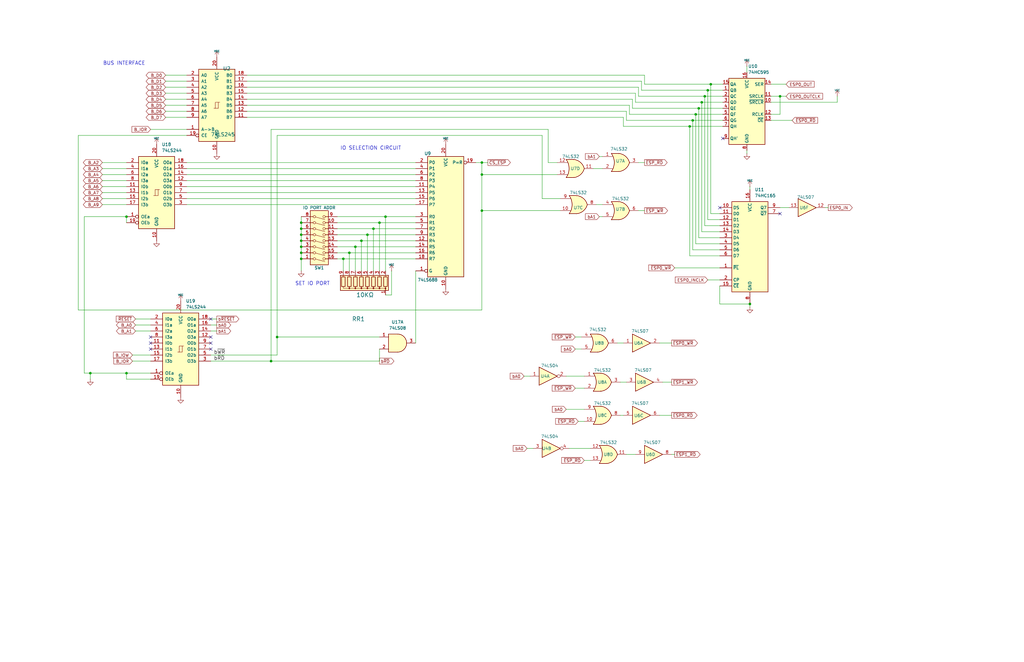
<source format=kicad_sch>
(kicad_sch (version 20231120) (generator "eeschema") (generator_version "8.0")
  (paper "USLedger")
  (title_block (title "ISA DUAL ESP32") (date "2025-06-21") (rev "V1.1"))
  (lib_symbols
    (symbol "74xx:74HC165"
      (property "Reference" "U" (at -7.62 19.05 0))
      (property "Value" "74HC165" (at -7.62 -21.59 0))
      (symbol "74HC165_1_0"
        (pin input line (at -12.7 -10.16 0) (length 5.08) (name "~{PL}") (number "1"))
        (pin input line (at -12.7 15.24 0) (length 5.08) (name "DS") (number "10"))
        (pin input line (at -12.7 12.7 0) (length 5.08) (name "D0") (number "11"))
        (pin input line (at -12.7 10.16 0) (length 5.08) (name "D1") (number "12"))
        (pin input line (at -12.7 7.62 0) (length 5.08) (name "D2") (number "13"))
        (pin input line (at -12.7 5.08 0) (length 5.08) (name "D3") (number "14"))
        (pin input line (at -12.7 -17.78 0) (length 5.08) (name "~{CE}") (number "15"))
        (pin power_in line (at 0 22.86 270) (length 5.08) (name "VCC") (number "16"))
        (pin input line (at -12.7 -15.24 0) (length 5.08) (name "CP") (number "2"))
        (pin input line (at -12.7 2.54 0) (length 5.08) (name "D4") (number "3"))
        (pin input line (at -12.7 0 0) (length 5.08) (name "D5") (number "4"))
        (pin input line (at -12.7 -2.54 0) (length 5.08) (name "D6") (number "5"))
        (pin input line (at -12.7 -5.08 0) (length 5.08) (name "D7") (number "6"))
        (pin output line (at 12.7 12.7 180) (length 5.08) (name "~{Q7}") (number "7"))
        (pin power_in line (at 0 -25.4 90) (length 5.08) (name "GND") (number "8"))
        (pin output line (at 12.7 15.24 180) (length 5.08) (name "Q7") (number "9"))
      )
    )
    (symbol "74xx:74HC595"
      (property "Reference" "U" (at -7.62 13.97 0))
      (property "Value" "74HC595" (at -7.62 -16.51 0))
      (symbol "74HC595_1_0"
        (pin tri_state line (at 10.16 7.62 180) (length 2.54) (name "QB") (number "1"))
        (pin input line (at -10.16 2.54 0) (length 2.54) (name "~{SRCLR}") (number "10"))
        (pin input line (at -10.16 5.08 0) (length 2.54) (name "SRCLK") (number "11"))
        (pin input line (at -10.16 -2.54 0) (length 2.54) (name "RCLK") (number "12"))
        (pin input line (at -10.16 -5.08 0) (length 2.54) (name "~{OE}") (number "13"))
        (pin input line (at -10.16 10.16 0) (length 2.54) (name "SER") (number "14"))
        (pin tri_state line (at 10.16 10.16 180) (length 2.54) (name "QA") (number "15"))
        (pin power_in line (at 0 15.24 270) (length 2.54) (name "VCC") (number "16"))
        (pin tri_state line (at 10.16 5.08 180) (length 2.54) (name "QC") (number "2"))
        (pin tri_state line (at 10.16 2.54 180) (length 2.54) (name "QD") (number "3"))
        (pin tri_state line (at 10.16 0 180) (length 2.54) (name "QE") (number "4"))
        (pin tri_state line (at 10.16 -2.54 180) (length 2.54) (name "QF") (number "5"))
        (pin tri_state line (at 10.16 -5.08 180) (length 2.54) (name "QG") (number "6"))
        (pin tri_state line (at 10.16 -7.62 180) (length 2.54) (name "QH") (number "7"))
        (pin power_in line (at 0 -17.78 90) (length 2.54) (name "GND") (number "8"))
        (pin output line (at 10.16 -12.7 180) (length 2.54) (name "QH'") (number "9"))
      )
    )
    (symbol "74xx:74LS04"
      (property "Reference" "U" (at 0 1.27 0))
      (property "Value" "74LS04" (at 0 -1.27 0))
      (symbol "74LS04_1_0"
        (pin input line (at -7.62 0 0) (length 3.81) (name "~") (number "1"))
        (pin output inverted (at 7.62 0 180) (length 3.81) (name "~") (number "2"))
      )
      (symbol "74LS04_2_0"
        (pin input line (at -7.62 0 0) (length 3.81) (name "~") (number "3"))
        (pin output inverted (at 7.62 0 180) (length 3.81) (name "~") (number "4"))
      )
      (symbol "74LS04_3_0"
        (pin input line (at -7.62 0 0) (length 3.81) (name "~") (number "5"))
        (pin output inverted (at 7.62 0 180) (length 3.81) (name "~") (number "6"))
      )
      (symbol "74LS04_4_0"
        (pin output inverted (at 7.62 0 180) (length 3.81) (name "~") (number "8"))
        (pin input line (at -7.62 0 0) (length 3.81) (name "~") (number "9"))
      )
      (symbol "74LS04_5_0"
        (pin output inverted (at 7.62 0 180) (length 3.81) (name "~") (number "10"))
        (pin input line (at -7.62 0 0) (length 3.81) (name "~") (number "11"))
      )
      (symbol "74LS04_6_0"
        (pin output inverted (at 7.62 0 180) (length 3.81) (name "~") (number "12"))
        (pin input line (at -7.62 0 0) (length 3.81) (name "~") (number "13"))
      )
      (symbol "74LS04_7_0"
        (pin power_in line (at 0 12.7 270) (length 5.08) (name "VCC") (number "14"))
        (pin power_in line (at 0 -12.7 90) (length 5.08) (name "GND") (number "7"))
      )
    )
    (symbol "74xx:74LS07" (pin_names (offset 1.016))
      (property "Reference" "U" (at 0 1.27 0))
      (property "Value" "74LS07" (at 0 -1.27 0))
      (symbol "74LS07_1_0"
        (pin input line (at -7.62 0 0) (length 3.81) (name "~") (number "1"))
        (pin open_collector line (at 7.62 0 180) (length 3.81) (name "~") (number "2"))
      )
      (symbol "74LS07_2_0"
        (pin input line (at -7.62 0 0) (length 3.81) (name "~") (number "3"))
        (pin open_collector line (at 7.62 0 180) (length 3.81) (name "~") (number "4"))
      )
      (symbol "74LS07_3_0"
        (pin input line (at -7.62 0 0) (length 3.81) (name "~") (number "5"))
        (pin open_collector line (at 7.62 0 180) (length 3.81) (name "~") (number "6"))
      )
      (symbol "74LS07_4_0"
        (pin open_collector line (at 7.62 0 180) (length 3.81) (name "~") (number "8"))
        (pin input line (at -7.62 0 0) (length 3.81) (name "~") (number "9"))
      )
      (symbol "74LS07_5_0"
        (pin open_collector line (at 7.62 0 180) (length 3.81) (name "~") (number "10"))
        (pin input line (at -7.62 0 0) (length 3.81) (name "~") (number "11"))
      )
      (symbol "74LS07_6_0"
        (pin open_collector line (at 7.62 0 180) (length 3.81) (name "~") (number "12"))
        (pin input line (at -7.62 0 0) (length 3.81) (name "~") (number "13"))
      )
      (symbol "74LS07_7_0"
        (pin power_in line (at 0 12.7 270) (length 5.08) (name "VCC") (number "14"))
        (pin power_in line (at 0 -12.7 90) (length 5.08) (name "GND") (number "7"))
      )
    )
    (symbol "74xx:74LS08" (pin_names (offset 1.016))
      (property "Reference" "U" (at 0 1.27 0))
      (property "Value" "74LS08" (at 0 -1.27 0))
      (symbol "74LS08_1_1"
        (pin input line (at -7.62 2.54 0) (length 3.81) (name "~") (number "1"))
        (pin input line (at -7.62 -2.54 0) (length 3.81) (name "~") (number "2"))
        (pin output line (at 7.62 0 180) (length 3.81) (name "~") (number "3"))
      )
      (symbol "74LS08_1_2"
        (pin input inverted (at -7.62 2.54 0) (length 4.318) (name "~") (number "1"))
        (pin input inverted (at -7.62 -2.54 0) (length 4.318) (name "~") (number "2"))
        (pin output inverted (at 7.62 0 180) (length 3.81) (name "~") (number "3"))
      )
      (symbol "74LS08_2_1"
        (pin input line (at -7.62 2.54 0) (length 3.81) (name "~") (number "4"))
        (pin input line (at -7.62 -2.54 0) (length 3.81) (name "~") (number "5"))
        (pin output line (at 7.62 0 180) (length 3.81) (name "~") (number "6"))
      )
      (symbol "74LS08_2_2"
        (pin input inverted (at -7.62 2.54 0) (length 4.318) (name "~") (number "4"))
        (pin input inverted (at -7.62 -2.54 0) (length 4.318) (name "~") (number "5"))
        (pin output inverted (at 7.62 0 180) (length 3.81) (name "~") (number "6"))
      )
      (symbol "74LS08_3_1"
        (pin input line (at -7.62 -2.54 0) (length 3.81) (name "~") (number "10"))
        (pin output line (at 7.62 0 180) (length 3.81) (name "~") (number "8"))
        (pin input line (at -7.62 2.54 0) (length 3.81) (name "~") (number "9"))
      )
      (symbol "74LS08_3_2"
        (pin input inverted (at -7.62 -2.54 0) (length 4.318) (name "~") (number "10"))
        (pin output inverted (at 7.62 0 180) (length 3.81) (name "~") (number "8"))
        (pin input inverted (at -7.62 2.54 0) (length 4.318) (name "~") (number "9"))
      )
      (symbol "74LS08_4_1"
        (pin output line (at 7.62 0 180) (length 3.81) (name "~") (number "11"))
        (pin input line (at -7.62 2.54 0) (length 3.81) (name "~") (number "12"))
        (pin input line (at -7.62 -2.54 0) (length 3.81) (name "~") (number "13"))
      )
      (symbol "74LS08_4_2"
        (pin output inverted (at 7.62 0 180) (length 3.81) (name "~") (number "11"))
        (pin input inverted (at -7.62 2.54 0) (length 4.318) (name "~") (number "12"))
        (pin input inverted (at -7.62 -2.54 0) (length 4.318) (name "~") (number "13"))
      )
      (symbol "74LS08_5_0"
        (pin power_in line (at 0 12.7 270) (length 5.08) (name "VCC") (number "14"))
        (pin power_in line (at 0 -12.7 90) (length 5.08) (name "GND") (number "7"))
      )
    )
    (symbol "74xx:74LS244" (pin_names (offset 1.016))
      (property "Reference" "U" (at -7.62 16.51 0))
      (property "Value" "74LS244" (at -7.62 -16.51 0))
      (symbol "74LS244_1_0"
        (pin input inverted (at -12.7 -10.16 0) (length 5.08) (name "OEa") (number "1"))
        (pin power_in line (at 0 -20.32 90) (length 5.08) (name "GND") (number "10"))
        (pin input line (at -12.7 2.54 0) (length 5.08) (name "I0b") (number "11"))
        (pin tri_state line (at 12.7 5.08 180) (length 5.08) (name "O3a") (number "12"))
        (pin input line (at -12.7 0 0) (length 5.08) (name "I1b") (number "13"))
        (pin tri_state line (at 12.7 7.62 180) (length 5.08) (name "O2a") (number "14"))
        (pin input line (at -12.7 -2.54 0) (length 5.08) (name "I2b") (number "15"))
        (pin tri_state line (at 12.7 10.16 180) (length 5.08) (name "O1a") (number "16"))
        (pin input line (at -12.7 -5.08 0) (length 5.08) (name "I3b") (number "17"))
        (pin tri_state line (at 12.7 12.7 180) (length 5.08) (name "O0a") (number "18"))
        (pin input inverted (at -12.7 -12.7 0) (length 5.08) (name "OEb") (number "19"))
        (pin input line (at -12.7 12.7 0) (length 5.08) (name "I0a") (number "2"))
        (pin power_in line (at 0 20.32 270) (length 5.08) (name "VCC") (number "20"))
        (pin tri_state line (at 12.7 -5.08 180) (length 5.08) (name "O3b") (number "3"))
        (pin input line (at -12.7 10.16 0) (length 5.08) (name "I1a") (number "4"))
        (pin tri_state line (at 12.7 -2.54 180) (length 5.08) (name "O2b") (number "5"))
        (pin input line (at -12.7 7.62 0) (length 5.08) (name "I2a") (number "6"))
        (pin tri_state line (at 12.7 0 180) (length 5.08) (name "O1b") (number "7"))
        (pin input line (at -12.7 5.08 0) (length 5.08) (name "I3a") (number "8"))
        (pin tri_state line (at 12.7 2.54 180) (length 5.08) (name "O0b") (number "9"))
      )
    )
    (symbol "74xx:74LS245" (pin_names (offset 1.016))
      (property "Reference" "U" (at -7.62 16.51 0))
      (property "Value" "74LS245" (at -7.62 -16.51 0))
      (symbol "74LS245_1_0"
        (pin input line (at -12.7 -10.16 0) (length 5.08) (name "A->B") (number "1"))
        (pin power_in line (at 0 -20.32 90) (length 5.08) (name "GND") (number "10"))
        (pin tri_state line (at 12.7 -5.08 180) (length 5.08) (name "B7") (number "11"))
        (pin tri_state line (at 12.7 -2.54 180) (length 5.08) (name "B6") (number "12"))
        (pin tri_state line (at 12.7 0 180) (length 5.08) (name "B5") (number "13"))
        (pin tri_state line (at 12.7 2.54 180) (length 5.08) (name "B4") (number "14"))
        (pin tri_state line (at 12.7 5.08 180) (length 5.08) (name "B3") (number "15"))
        (pin tri_state line (at 12.7 7.62 180) (length 5.08) (name "B2") (number "16"))
        (pin tri_state line (at 12.7 10.16 180) (length 5.08) (name "B1") (number "17"))
        (pin tri_state line (at 12.7 12.7 180) (length 5.08) (name "B0") (number "18"))
        (pin input inverted (at -12.7 -12.7 0) (length 5.08) (name "CE") (number "19"))
        (pin tri_state line (at -12.7 12.7 0) (length 5.08) (name "A0") (number "2"))
        (pin power_in line (at 0 20.32 270) (length 5.08) (name "VCC") (number "20"))
        (pin tri_state line (at -12.7 10.16 0) (length 5.08) (name "A1") (number "3"))
        (pin tri_state line (at -12.7 7.62 0) (length 5.08) (name "A2") (number "4"))
        (pin tri_state line (at -12.7 5.08 0) (length 5.08) (name "A3") (number "5"))
        (pin tri_state line (at -12.7 2.54 0) (length 5.08) (name "A4") (number "6"))
        (pin tri_state line (at -12.7 0 0) (length 5.08) (name "A5") (number "7"))
        (pin tri_state line (at -12.7 -2.54 0) (length 5.08) (name "A6") (number "8"))
        (pin tri_state line (at -12.7 -5.08 0) (length 5.08) (name "A7") (number "9"))
      )
    )
    (symbol "74xx:74LS32" (pin_names (offset 1.016))
      (property "Reference" "U" (at 0 1.27 0))
      (property "Value" "74LS32" (at 0 -1.27 0))
      (symbol "74LS32_1_1"
        (pin input line (at -7.62 2.54 0) (length 4.318) (name "~") (number "1"))
        (pin input line (at -7.62 -2.54 0) (length 4.318) (name "~") (number "2"))
        (pin output line (at 7.62 0 180) (length 3.81) (name "~") (number "3"))
      )
      (symbol "74LS32_1_2"
        (pin input inverted (at -7.62 2.54 0) (length 3.81) (name "~") (number "1"))
        (pin input inverted (at -7.62 -2.54 0) (length 3.81) (name "~") (number "2"))
        (pin output inverted (at 7.62 0 180) (length 3.81) (name "~") (number "3"))
      )
      (symbol "74LS32_2_1"
        (pin input line (at -7.62 2.54 0) (length 4.318) (name "~") (number "4"))
        (pin input line (at -7.62 -2.54 0) (length 4.318) (name "~") (number "5"))
        (pin output line (at 7.62 0 180) (length 3.81) (name "~") (number "6"))
      )
      (symbol "74LS32_2_2"
        (pin input inverted (at -7.62 2.54 0) (length 3.81) (name "~") (number "4"))
        (pin input inverted (at -7.62 -2.54 0) (length 3.81) (name "~") (number "5"))
        (pin output inverted (at 7.62 0 180) (length 3.81) (name "~") (number "6"))
      )
      (symbol "74LS32_3_1"
        (pin input line (at -7.62 -2.54 0) (length 4.318) (name "~") (number "10"))
        (pin output line (at 7.62 0 180) (length 3.81) (name "~") (number "8"))
        (pin input line (at -7.62 2.54 0) (length 4.318) (name "~") (number "9"))
      )
      (symbol "74LS32_3_2"
        (pin input inverted (at -7.62 -2.54 0) (length 3.81) (name "~") (number "10"))
        (pin output inverted (at 7.62 0 180) (length 3.81) (name "~") (number "8"))
        (pin input inverted (at -7.62 2.54 0) (length 3.81) (name "~") (number "9"))
      )
      (symbol "74LS32_4_1"
        (pin output line (at 7.62 0 180) (length 3.81) (name "~") (number "11"))
        (pin input line (at -7.62 2.54 0) (length 4.318) (name "~") (number "12"))
        (pin input line (at -7.62 -2.54 0) (length 4.318) (name "~") (number "13"))
      )
      (symbol "74LS32_4_2"
        (pin output inverted (at 7.62 0 180) (length 3.81) (name "~") (number "11"))
        (pin input inverted (at -7.62 2.54 0) (length 3.81) (name "~") (number "12"))
        (pin input inverted (at -7.62 -2.54 0) (length 3.81) (name "~") (number "13"))
      )
      (symbol "74LS32_5_0"
        (pin power_in line (at 0 12.7 270) (length 5.08) (name "VCC") (number "14"))
        (pin power_in line (at 0 -12.7 90) (length 5.08) (name "GND") (number "7"))
      )
    )
    (symbol "74xx:74LS688"
      (property "Reference" "U" (at -7.62 26.67 0))
      (property "Value" "74LS688" (at -7.62 -26.67 0))
      (symbol "74LS688_1_0"
        (pin input inverted (at -12.7 -22.86 0) (length 5.08) (name "G") (number "1"))
        (pin power_in line (at 0 -30.48 90) (length 5.08) (name "GND") (number "10"))
        (pin input line (at -12.7 12.7 0) (length 5.08) (name "P4") (number "11"))
        (pin input line (at -12.7 -10.16 0) (length 5.08) (name "R4") (number "12"))
        (pin input line (at -12.7 10.16 0) (length 5.08) (name "P5") (number "13"))
        (pin input line (at -12.7 -12.7 0) (length 5.08) (name "R5") (number "14"))
        (pin input line (at -12.7 7.62 0) (length 5.08) (name "P6") (number "15"))
        (pin input line (at -12.7 -15.24 0) (length 5.08) (name "R6") (number "16"))
        (pin input line (at -12.7 5.08 0) (length 5.08) (name "P7") (number "17"))
        (pin input line (at -12.7 -17.78 0) (length 5.08) (name "R7") (number "18"))
        (pin output inverted (at 12.7 22.86 180) (length 5.08) (name "P=R") (number "19"))
        (pin input line (at -12.7 22.86 0) (length 5.08) (name "P0") (number "2"))
        (pin power_in line (at 0 30.48 270) (length 5.08) (name "VCC") (number "20"))
        (pin input line (at -12.7 0 0) (length 5.08) (name "R0") (number "3"))
        (pin input line (at -12.7 20.32 0) (length 5.08) (name "P1") (number "4"))
        (pin input line (at -12.7 -2.54 0) (length 5.08) (name "R1") (number "5"))
        (pin input line (at -12.7 17.78 0) (length 5.08) (name "P2") (number "6"))
        (pin input line (at -12.7 -5.08 0) (length 5.08) (name "R2") (number "7"))
        (pin input line (at -12.7 15.24 0) (length 5.08) (name "P3") (number "8"))
        (pin input line (at -12.7 -7.62 0) (length 5.08) (name "R3") (number "9"))
      )
    )
    (symbol "Device:R_Network08" (pin_names (offset 0) hide)
      (property "Reference" "RN" (at -12.7 0 90))
      (property "Value" "R_Network08" (at 10.16 0 90))
      (symbol "R_Network08_1_1"
        (pin passive line (at -10.16 5.08 270) (length 2.54) (name "common") (number "1"))
        (pin passive line (at -10.16 -5.08 90) (length 1.27) (name "R1") (number "2"))
        (pin passive line (at -7.62 -5.08 90) (length 1.27) (name "R2") (number "3"))
        (pin passive line (at -5.08 -5.08 90) (length 1.27) (name "R3") (number "4"))
        (pin passive line (at -2.54 -5.08 90) (length 1.27) (name "R4") (number "5"))
        (pin passive line (at 0 -5.08 90) (length 1.27) (name "R5") (number "6"))
        (pin passive line (at 2.54 -5.08 90) (length 1.27) (name "R6") (number "7"))
        (pin passive line (at 5.08 -5.08 90) (length 1.27) (name "R7") (number "8"))
        (pin passive line (at 7.62 -5.08 90) (length 1.27) (name "R8") (number "9"))
      )
    )
    (symbol "Switch:SW_DIP_x08" (pin_names (offset 0) hide)
      (property "Reference" "SW" (at 0 13.97 0))
      (property "Value" "SW_DIP_x08" (at 0 -11.43 0))
      (symbol "SW_DIP_x08_1_1"
        (pin passive line (at -7.62 10.16 0) (length 5.08) (name "~") (number "1"))
        (pin passive line (at 7.62 -5.08 180) (length 5.08) (name "~") (number "10"))
        (pin passive line (at 7.62 -2.54 180) (length 5.08) (name "~") (number "11"))
        (pin passive line (at 7.62 0 180) (length 5.08) (name "~") (number "12"))
        (pin passive line (at 7.62 2.54 180) (length 5.08) (name "~") (number "13"))
        (pin passive line (at 7.62 5.08 180) (length 5.08) (name "~") (number "14"))
        (pin passive line (at 7.62 7.62 180) (length 5.08) (name "~") (number "15"))
        (pin passive line (at 7.62 10.16 180) (length 5.08) (name "~") (number "16"))
        (pin passive line (at -7.62 7.62 0) (length 5.08) (name "~") (number "2"))
        (pin passive line (at -7.62 5.08 0) (length 5.08) (name "~") (number "3"))
        (pin passive line (at -7.62 2.54 0) (length 5.08) (name "~") (number "4"))
        (pin passive line (at -7.62 0 0) (length 5.08) (name "~") (number "5"))
        (pin passive line (at -7.62 -2.54 0) (length 5.08) (name "~") (number "6"))
        (pin passive line (at -7.62 -5.08 0) (length 5.08) (name "~") (number "7"))
        (pin passive line (at -7.62 -7.62 0) (length 5.08) (name "~") (number "8"))
        (pin passive line (at 7.62 -7.62 180) (length 5.08) (name "~") (number "9"))
      )
    )
    (symbol "power:GND" (power) (pin_numbers hide) (pin_names (offset 0) hide)
      (property "Value" "GND" (at 0 -3.81 0))
      (symbol "GND_1_1"
        (pin power_in line (at 0 0 270) (length 0) (name "~") (number "1"))
      )
    )
    (symbol "power:VCC" (power) (pin_numbers hide) (pin_names (offset 0) hide)
      (property "Value" "VCC" (at 0 3.556 0))
      (symbol "VCC_1_1"
        (pin power_in line (at 0 0 90) (length 0) (name "~") (number "1"))
      )
    )
  )
  (junction (at 154.94 99.06))
  (junction (at 127 109.22))
  (junction (at 127 93.98))
  (junction (at 127 106.68))
  (junction (at 295.91 43.18))
  (junction (at 316.23 128.27))
  (junction (at 297.18 40.64))
  (junction (at 127 104.14))
  (junction (at 127 99.06))
  (junction (at 328.93 40.64))
  (junction (at 299.72 35.56))
  (junction (at 203.2 68.58))
  (junction (at 147.32 106.68))
  (junction (at 293.37 48.26))
  (junction (at 160.02 93.98))
  (junction (at 53.34 157.48))
  (junction (at 114.3 152.4))
  (junction (at 162.56 91.44))
  (junction (at 157.48 96.52))
  (junction (at 53.34 91.44))
  (junction (at 127 96.52))
  (junction (at 152.4 101.6))
  (junction (at 203.2 73.66))
  (junction (at 294.64 45.72))
  (junction (at 38.1 157.48))
  (junction (at 203.2 88.9))
  (junction (at 292.1 50.8))
  (junction (at 298.45 38.1))
  (junction (at 290.83 53.34))
  (junction (at 127 101.6))
  (junction (at 149.86 104.14))
  (junction (at 116.84 142.24))
  (junction (at 144.78 109.22))
  (no_connect (at 88.9 142.24))
  (no_connect (at 304.8 58.42))
  (no_connect (at 63.5 147.32))
  (no_connect (at 88.9 144.78))
  (no_connect (at 88.9 134.62))
  (no_connect (at 328.93 90.17))
  (no_connect (at 63.5 144.78))
  (no_connect (at 88.9 147.32))
  (no_connect (at 303.53 87.63))
  (no_connect (at 63.5 142.24))
  (wire (pts (xy 160.02 93.98) (xy 175.26 93.98)))
  (wire (pts (xy 203.2 73.66) (xy 234.95 73.66)))
  (wire (pts (xy 303.53 100.33) (xy 294.64 100.33)))
  (wire (pts (xy 142.24 91.44) (xy 162.56 91.44)))
  (wire (pts (xy 222.25 189.23) (xy 224.79 189.23)))
  (wire (pts (xy 267.97 39.37) (xy 267.97 43.18)))
  (wire (pts (xy 116.84 142.24) (xy 116.84 57.15)))
  (wire (pts (xy 162.56 124.46) (xy 165.1 124.46)))
  (wire (pts (xy 271.78 31.75) (xy 271.78 35.56)))
  (wire (pts (xy 347.98 87.63) (xy 349.25 87.63)))
  (wire (pts (xy 53.34 157.48) (xy 63.5 157.48)))
  (wire (pts (xy 116.84 149.86) (xy 116.84 142.24)))
  (wire (pts (xy 304.8 43.18) (xy 295.91 43.18)))
  (wire (pts (xy 69.85 46.99) (xy 78.74 46.99)))
  (wire (pts (xy 127 101.6) (xy 127 104.14)))
  (wire (pts (xy 298.45 92.71) (xy 298.45 38.1)))
  (wire (pts (xy 328.93 40.64) (xy 331.47 40.64)))
  (wire (pts (xy 314.96 63.5) (xy 314.96 64.77)))
  (wire (pts (xy 142.24 101.6) (xy 152.4 101.6)))
  (wire (pts (xy 250.19 71.12) (xy 254 71.12)))
  (wire (pts (xy 295.91 97.79) (xy 295.91 43.18)))
  (wire (pts (xy 314.96 27.94) (xy 314.96 30.48)))
  (wire (pts (xy 278.13 175.26) (xy 283.21 175.26)))
  (wire (pts (xy 203.2 73.66) (xy 203.2 88.9)))
  (wire (pts (xy 203.2 68.58) (xy 203.2 73.66)))
  (wire (pts (xy 78.74 71.12) (xy 175.26 71.12)))
  (wire (pts (xy 104.14 41.91) (xy 266.7 41.91)))
  (wire (pts (xy 116.84 57.15) (xy 228.6 57.15)))
  (wire (pts (xy 265.43 48.26) (xy 293.37 48.26)))
  (wire (pts (xy 316.23 78.74) (xy 316.23 80.01)))
  (wire (pts (xy 303.53 92.71) (xy 298.45 92.71)))
  (wire (pts (xy 325.12 48.26) (xy 328.93 48.26)))
  (wire (pts (xy 35.56 157.48) (xy 35.56 91.44)))
  (wire (pts (xy 304.8 45.72) (xy 294.64 45.72)))
  (wire (pts (xy 328.93 48.26) (xy 328.93 40.64)))
  (wire (pts (xy 203.2 88.9) (xy 236.22 88.9)))
  (wire (pts (xy 43.18 86.36) (xy 53.34 86.36)))
  (wire (pts (xy 149.86 114.3) (xy 149.86 104.14)))
  (wire (pts (xy 157.48 114.3) (xy 157.48 96.52)))
  (wire (pts (xy 298.45 38.1) (xy 304.8 38.1)))
  (wire (pts (xy 33.02 57.15) (xy 78.74 57.15)))
  (wire (pts (xy 298.45 118.11) (xy 303.53 118.11)))
  (wire (pts (xy 242.57 163.83) (xy 246.38 163.83)))
  (wire (pts (xy 270.51 34.29) (xy 270.51 38.1)))
  (wire (pts (xy 78.74 83.82) (xy 175.26 83.82)))
  (wire (pts (xy 297.18 95.25) (xy 297.18 40.64)))
  (wire (pts (xy 88.9 149.86) (xy 116.84 149.86)))
  (wire (pts (xy 69.85 36.83) (xy 78.74 36.83)))
  (wire (pts (xy 127 99.06) (xy 127 101.6)))
  (wire (pts (xy 104.14 46.99) (xy 264.16 46.99)))
  (wire (pts (xy 265.43 44.45) (xy 265.43 48.26)))
  (wire (pts (xy 269.24 36.83) (xy 269.24 40.64)))
  (wire (pts (xy 238.76 172.72) (xy 246.38 172.72)))
  (wire (pts (xy 200.66 68.58) (xy 203.2 68.58)))
  (wire (pts (xy 264.16 46.99) (xy 264.16 50.8)))
  (wire (pts (xy 43.18 71.12) (xy 53.34 71.12)))
  (wire (pts (xy 303.53 120.65) (xy 303.53 128.27)))
  (wire (pts (xy 38.1 157.48) (xy 53.34 157.48)))
  (wire (pts (xy 78.74 78.74) (xy 175.26 78.74)))
  (wire (pts (xy 33.02 130.81) (xy 203.2 130.81)))
  (wire (pts (xy 78.74 86.36) (xy 175.26 86.36)))
  (wire (pts (xy 142.24 99.06) (xy 154.94 99.06)))
  (wire (pts (xy 325.12 35.56) (xy 331.47 35.56)))
  (wire (pts (xy 261.62 175.26) (xy 262.89 175.26)))
  (wire (pts (xy 316.23 128.27) (xy 316.23 129.54)))
  (wire (pts (xy 144.78 109.22) (xy 175.26 109.22)))
  (wire (pts (xy 243.84 177.8) (xy 246.38 177.8)))
  (wire (pts (xy 284.48 113.03) (xy 303.53 113.03)))
  (wire (pts (xy 269.24 88.9) (xy 271.78 88.9)))
  (wire (pts (xy 104.14 39.37) (xy 267.97 39.37)))
  (wire (pts (xy 69.85 31.75) (xy 78.74 31.75)))
  (wire (pts (xy 43.18 81.28) (xy 53.34 81.28)))
  (wire (pts (xy 157.48 96.52) (xy 175.26 96.52)))
  (wire (pts (xy 203.2 68.58) (xy 205.74 68.58)))
  (wire (pts (xy 142.24 96.52) (xy 157.48 96.52)))
  (wire (pts (xy 299.72 90.17) (xy 299.72 35.56)))
  (wire (pts (xy 303.53 107.95) (xy 290.83 107.95)))
  (wire (pts (xy 270.51 38.1) (xy 298.45 38.1)))
  (wire (pts (xy 78.74 76.2) (xy 175.26 76.2)))
  (wire (pts (xy 43.18 78.74) (xy 53.34 78.74)))
  (wire (pts (xy 142.24 106.68) (xy 147.32 106.68)))
  (wire (pts (xy 147.32 114.3) (xy 147.32 106.68)))
  (wire (pts (xy 328.93 87.63) (xy 332.74 87.63)))
  (wire (pts (xy 127 91.44) (xy 127 93.98)))
  (wire (pts (xy 43.18 83.82) (xy 53.34 83.82)))
  (wire (pts (xy 261.62 161.29) (xy 264.16 161.29)))
  (wire (pts (xy 114.3 152.4) (xy 114.3 54.61)))
  (wire (pts (xy 160.02 152.4) (xy 160.02 147.32)))
  (wire (pts (xy 69.85 34.29) (xy 78.74 34.29)))
  (wire (pts (xy 279.4 161.29) (xy 283.21 161.29)))
  (wire (pts (xy 240.03 189.23) (xy 248.92 189.23)))
  (wire (pts (xy 104.14 44.45) (xy 265.43 44.45)))
  (wire (pts (xy 160.02 114.3) (xy 160.02 93.98)))
  (wire (pts (xy 78.74 81.28) (xy 175.26 81.28)))
  (wire (pts (xy 264.16 50.8) (xy 292.1 50.8)))
  (wire (pts (xy 104.14 34.29) (xy 270.51 34.29)))
  (wire (pts (xy 78.74 73.66) (xy 175.26 73.66)))
  (wire (pts (xy 294.64 100.33) (xy 294.64 45.72)))
  (wire (pts (xy 325.12 43.18) (xy 353.06 43.18)))
  (wire (pts (xy 154.94 114.3) (xy 154.94 99.06)))
  (wire (pts (xy 252.73 66.04) (xy 254 66.04)))
  (wire (pts (xy 55.88 149.86) (xy 63.5 149.86)))
  (wire (pts (xy 57.15 134.62) (xy 63.5 134.62)))
  (wire (pts (xy 53.34 93.98) (xy 53.34 91.44)))
  (wire (pts (xy 43.18 68.58) (xy 53.34 68.58)))
  (wire (pts (xy 53.34 160.02) (xy 63.5 160.02)))
  (wire (pts (xy 88.9 134.62) (xy 91.44 134.62)))
  (wire (pts (xy 303.53 102.87) (xy 293.37 102.87)))
  (wire (pts (xy 127 93.98) (xy 127 96.52)))
  (wire (pts (xy 33.02 57.15) (xy 33.02 130.81)))
  (wire (pts (xy 152.4 101.6) (xy 175.26 101.6)))
  (wire (pts (xy 57.15 137.16) (xy 63.5 137.16)))
  (wire (pts (xy 353.06 43.18) (xy 353.06 40.64)))
  (wire (pts (xy 269.24 40.64) (xy 297.18 40.64)))
  (wire (pts (xy 127 109.22) (xy 127 114.3)))
  (wire (pts (xy 53.34 157.48) (xy 53.34 160.02)))
  (wire (pts (xy 266.7 45.72) (xy 294.64 45.72)))
  (wire (pts (xy 69.85 41.91) (xy 78.74 41.91)))
  (wire (pts (xy 262.89 53.34) (xy 290.83 53.34)))
  (wire (pts (xy 114.3 152.4) (xy 160.02 152.4)))
  (wire (pts (xy 292.1 105.41) (xy 292.1 50.8)))
  (wire (pts (xy 162.56 114.3) (xy 162.56 91.44)))
  (wire (pts (xy 303.53 90.17) (xy 299.72 90.17)))
  (wire (pts (xy 231.14 54.61) (xy 231.14 68.58)))
  (wire (pts (xy 252.73 91.44) (xy 254 91.44)))
  (wire (pts (xy 304.8 53.34) (xy 290.83 53.34)))
  (wire (pts (xy 303.53 97.79) (xy 295.91 97.79)))
  (wire (pts (xy 142.24 109.22) (xy 144.78 109.22)))
  (wire (pts (xy 43.18 73.66) (xy 53.34 73.66)))
  (wire (pts (xy 251.46 86.36) (xy 254 86.36)))
  (wire (pts (xy 88.9 139.7) (xy 91.44 139.7)))
  (wire (pts (xy 299.72 35.56) (xy 271.78 35.56)))
  (wire (pts (xy 104.14 49.53) (xy 262.89 49.53)))
  (wire (pts (xy 220.98 158.75) (xy 223.52 158.75)))
  (wire (pts (xy 116.84 142.24) (xy 160.02 142.24)))
  (wire (pts (xy 242.57 142.24) (xy 245.11 142.24)))
  (wire (pts (xy 104.14 36.83) (xy 269.24 36.83)))
  (wire (pts (xy 262.89 49.53) (xy 262.89 53.34)))
  (wire (pts (xy 246.38 194.31) (xy 248.92 194.31)))
  (wire (pts (xy 264.16 191.77) (xy 267.97 191.77)))
  (wire (pts (xy 238.76 158.75) (xy 246.38 158.75)))
  (wire (pts (xy 165.1 124.46) (xy 165.1 114.3)))
  (wire (pts (xy 127 106.68) (xy 127 109.22)))
  (wire (pts (xy 267.97 43.18) (xy 295.91 43.18)))
  (wire (pts (xy 55.88 152.4) (xy 63.5 152.4)))
  (wire (pts (xy 88.9 137.16) (xy 91.44 137.16)))
  (wire (pts (xy 142.24 104.14) (xy 149.86 104.14)))
  (wire (pts (xy 142.24 93.98) (xy 160.02 93.98)))
  (wire (pts (xy 88.9 152.4) (xy 114.3 152.4)))
  (wire (pts (xy 325.12 50.8) (xy 334.01 50.8)))
  (wire (pts (xy 69.85 49.53) (xy 78.74 49.53)))
  (wire (pts (xy 57.15 139.7) (xy 63.5 139.7)))
  (wire (pts (xy 325.12 40.64) (xy 328.93 40.64)))
  (wire (pts (xy 152.4 114.3) (xy 152.4 101.6)))
  (wire (pts (xy 242.57 147.32) (xy 245.11 147.32)))
  (wire (pts (xy 175.26 114.3) (xy 175.26 144.78)))
  (wire (pts (xy 304.8 50.8) (xy 292.1 50.8)))
  (wire (pts (xy 278.13 144.78) (xy 283.21 144.78)))
  (wire (pts (xy 304.8 48.26) (xy 293.37 48.26)))
  (wire (pts (xy 293.37 102.87) (xy 293.37 48.26)))
  (wire (pts (xy 127 104.14) (xy 127 106.68)))
  (wire (pts (xy 144.78 114.3) (xy 144.78 109.22)))
  (wire (pts (xy 35.56 157.48) (xy 38.1 157.48)))
  (wire (pts (xy 127 96.52) (xy 127 99.06)))
  (wire (pts (xy 43.18 76.2) (xy 53.34 76.2)))
  (wire (pts (xy 304.8 40.64) (xy 297.18 40.64)))
  (wire (pts (xy 35.56 91.44) (xy 53.34 91.44)))
  (wire (pts (xy 104.14 31.75) (xy 271.78 31.75)))
  (wire (pts (xy 149.86 104.14) (xy 175.26 104.14)))
  (wire (pts (xy 114.3 54.61) (xy 231.14 54.61)))
  (wire (pts (xy 147.32 106.68) (xy 175.26 106.68)))
  (wire (pts (xy 304.8 35.56) (xy 299.72 35.56)))
  (wire (pts (xy 266.7 41.91) (xy 266.7 45.72)))
  (wire (pts (xy 69.85 39.37) (xy 78.74 39.37)))
  (wire (pts (xy 154.94 99.06) (xy 175.26 99.06)))
  (wire (pts (xy 69.85 44.45) (xy 78.74 44.45)))
  (wire (pts (xy 63.5 54.61) (xy 78.74 54.61)))
  (wire (pts (xy 78.74 68.58) (xy 175.26 68.58)))
  (wire (pts (xy 290.83 107.95) (xy 290.83 53.34)))
  (wire (pts (xy 303.53 105.41) (xy 292.1 105.41)))
  (wire (pts (xy 228.6 83.82) (xy 236.22 83.82)))
  (wire (pts (xy 303.53 95.25) (xy 297.18 95.25)))
  (wire (pts (xy 283.21 191.77) (xy 284.48 191.77)))
  (wire (pts (xy 228.6 57.15) (xy 228.6 83.82)))
  (wire (pts (xy 203.2 88.9) (xy 203.2 130.81)))
  (wire (pts (xy 231.14 68.58) (xy 234.95 68.58)))
  (wire (pts (xy 38.1 157.48) (xy 38.1 160.02)))
  (wire (pts (xy 162.56 91.44) (xy 175.26 91.44)))
  (wire (pts (xy 303.53 128.27) (xy 316.23 128.27)))
  (wire (pts (xy 269.24 68.58) (xy 271.78 68.58)))
  (wire (pts (xy 260.35 144.78) (xy 262.89 144.78)))
  (text "SET IO PORT" (at 124.46 120.65 0) (effects (font (size 1.524 1.524)) (justify left bottom)))
  (text "IO SELECTION CIRCUIT" (at 143.51 63.5 0) (effects (font (size 1.524 1.524)) (justify left bottom)))
  (text "BUS INTERFACE" (at 43.434 27.686 0) (effects (font (size 1.524 1.524)) (justify left bottom)))
  (label "b~{RD}" (at 90.17 152.4 0) (effects (font (size 1.524 1.524))))
  (label "b~{WR}" (at 90.17 149.86 0) (effects (font (size 1.524 1.524))))
  (global_label "bA0" (shape input) (at 238.76 172.72 180) (property "Intersheetrefs" "${INTERSHEET_REFS}" (effects (hide yes))))
  (global_label "B_A8" (shape bidirectional) (at 43.18 83.82 180) (property "Intersheetrefs" "${INTERSHEET_REFS}" (effects (hide yes))))
  (global_label "ESP0_OUT" (shape input) (at 331.47 35.56 0) (property "Intersheetrefs" "${INTERSHEET_REFS}" (effects (hide yes))))
  (global_label "~{ESP0_RD}" (shape output) (at 283.21 175.26 0) (property "Intersheetrefs" "${INTERSHEET_REFS}" (effects (hide yes))))
  (global_label "~{ESP0_WR}" (shape output) (at 283.21 144.78 0) (property "Intersheetrefs" "${INTERSHEET_REFS}" (effects (hide yes))))
  (global_label "bA0" (shape input) (at 220.98 158.75 180) (property "Intersheetrefs" "${INTERSHEET_REFS}" (effects (hide yes))))
  (global_label "B_A0" (shape bidirectional) (at 57.15 137.16 180) (property "Intersheetrefs" "${INTERSHEET_REFS}" (effects (hide yes))))
  (global_label "~{ESP_WR}" (shape input) (at 242.57 142.24 180) (property "Intersheetrefs" "${INTERSHEET_REFS}" (effects (hide yes))))
  (global_label "B_D0" (shape bidirectional) (at 69.85 31.75 180) (property "Intersheetrefs" "${INTERSHEET_REFS}" (effects (hide yes))))
  (global_label "B_D5" (shape bidirectional) (at 69.85 44.45 180) (property "Intersheetrefs" "${INTERSHEET_REFS}" (effects (hide yes))))
  (global_label "B_D1" (shape bidirectional) (at 69.85 34.29 180) (property "Intersheetrefs" "${INTERSHEET_REFS}" (effects (hide yes))))
  (global_label "B_A5" (shape bidirectional) (at 43.18 76.2 180) (property "Intersheetrefs" "${INTERSHEET_REFS}" (effects (hide yes))))
  (global_label "B_IOW" (shape input) (at 55.88 149.86 180) (property "Intersheetrefs" "${INTERSHEET_REFS}" (effects (hide yes))))
  (global_label "~{ESP_WR}" (shape input) (at 242.57 163.83 180) (property "Intersheetrefs" "${INTERSHEET_REFS}" (effects (hide yes))))
  (global_label "B_IOR" (shape input) (at 63.5 54.61 180) (property "Intersheetrefs" "${INTERSHEET_REFS}" (effects (hide yes))))
  (global_label "B_D7" (shape bidirectional) (at 69.85 49.53 180) (property "Intersheetrefs" "${INTERSHEET_REFS}" (effects (hide yes))))
  (global_label "bA1" (shape input) (at 252.73 91.44 180) (property "Intersheetrefs" "${INTERSHEET_REFS}" (effects (hide yes))))
  (global_label "ESP0_INCLK" (shape input) (at 298.45 118.11 180) (property "Intersheetrefs" "${INTERSHEET_REFS}" (effects (hide yes))))
  (global_label "B_D4" (shape bidirectional) (at 69.85 41.91 180) (property "Intersheetrefs" "${INTERSHEET_REFS}" (effects (hide yes))))
  (global_label "~{CS_ESP}" (shape output) (at 205.74 68.58 0) (property "Intersheetrefs" "${INTERSHEET_REFS}" (effects (hide yes))))
  (global_label "B_A4" (shape bidirectional) (at 43.18 73.66 180) (property "Intersheetrefs" "${INTERSHEET_REFS}" (effects (hide yes))))
  (global_label "~{ESP_RD}" (shape input) (at 243.84 177.8 180) (property "Intersheetrefs" "${INTERSHEET_REFS}" (effects (hide yes))))
  (global_label "~{ESP_WR}" (shape output) (at 271.78 88.9 0) (property "Intersheetrefs" "${INTERSHEET_REFS}" (effects (hide yes))))
  (global_label "B_D6" (shape bidirectional) (at 69.85 46.99 180) (property "Intersheetrefs" "${INTERSHEET_REFS}" (effects (hide yes))))
  (global_label "B_A7" (shape bidirectional) (at 43.18 81.28 180) (property "Intersheetrefs" "${INTERSHEET_REFS}" (effects (hide yes))))
  (global_label "~{ESP1_RD}" (shape output) (at 284.48 191.77 0) (property "Intersheetrefs" "${INTERSHEET_REFS}" (effects (hide yes))))
  (global_label "~{ESP_RD}" (shape input) (at 246.38 194.31 180) (property "Intersheetrefs" "${INTERSHEET_REFS}" (effects (hide yes))))
  (global_label "B_D2" (shape bidirectional) (at 69.85 36.83 180) (property "Intersheetrefs" "${INTERSHEET_REFS}" (effects (hide yes))))
  (global_label "~{ESP_RD}" (shape output) (at 271.78 68.58 0) (property "Intersheetrefs" "${INTERSHEET_REFS}" (effects (hide yes))))
  (global_label "B_IOR" (shape input) (at 55.88 152.4 180) (property "Intersheetrefs" "${INTERSHEET_REFS}" (effects (hide yes))))
  (global_label "bA0" (shape input) (at 222.25 189.23 180) (property "Intersheetrefs" "${INTERSHEET_REFS}" (effects (hide yes))))
  (global_label "B_A2" (shape bidirectional) (at 43.18 68.58 180) (property "Intersheetrefs" "${INTERSHEET_REFS}" (effects (hide yes))))
  (global_label "bA1" (shape input) (at 252.73 66.04 180) (property "Intersheetrefs" "${INTERSHEET_REFS}" (effects (hide yes))))
  (global_label "b~{RD}" (shape output) (at 160.02 152.4 0) (property "Intersheetrefs" "${INTERSHEET_REFS}" (effects (hide yes))))
  (global_label "B_D3" (shape bidirectional) (at 69.85 39.37 180) (property "Intersheetrefs" "${INTERSHEET_REFS}" (effects (hide yes))))
  (global_label "~{ESP1_WR}" (shape output) (at 283.21 161.29 0) (property "Intersheetrefs" "${INTERSHEET_REFS}" (effects (hide yes))))
  (global_label "B_A6" (shape bidirectional) (at 43.18 78.74 180) (property "Intersheetrefs" "${INTERSHEET_REFS}" (effects (hide yes))))
  (global_label "bA1" (shape output) (at 91.44 139.7 0) (property "Intersheetrefs" "${INTERSHEET_REFS}" (effects (hide yes))))
  (global_label "B_A3" (shape bidirectional) (at 43.18 71.12 180) (property "Intersheetrefs" "${INTERSHEET_REFS}" (effects (hide yes))))
  (global_label "B_A9" (shape tri_state) (at 43.18 86.36 180) (property "Intersheetrefs" "${INTERSHEET_REFS}" (effects (hide yes))))
  (global_label "bA0" (shape input) (at 242.57 147.32 180) (property "Intersheetrefs" "${INTERSHEET_REFS}" (effects (hide yes))))
  (global_label "B_A1" (shape bidirectional) (at 57.15 139.7 180) (property "Intersheetrefs" "${INTERSHEET_REFS}" (effects (hide yes))))
  (global_label "~{RESET}" (shape input) (at 57.15 134.62 180) (property "Intersheetrefs" "${INTERSHEET_REFS}" (effects (hide yes))))
  (global_label "~{ESP0_WR}" (shape input) (at 284.48 113.03 180) (property "Intersheetrefs" "${INTERSHEET_REFS}" (effects (hide yes))))
  (global_label "ESP0_IN" (shape output) (at 349.25 87.63 0) (property "Intersheetrefs" "${INTERSHEET_REFS}" (effects (hide yes))))
  (global_label "bA0" (shape output) (at 91.44 137.16 0) (property "Intersheetrefs" "${INTERSHEET_REFS}" (effects (hide yes))))
  (global_label "b~{RESET}" (shape output) (at 91.44 134.62 0) (property "Intersheetrefs" "${INTERSHEET_REFS}" (effects (hide yes))))
  (global_label "ESP0_OUTCLK" (shape input) (at 331.47 40.64 0) (property "Intersheetrefs" "${INTERSHEET_REFS}" (effects (hide yes))))
  (global_label "~{ESP0_RD}" (shape input) (at 334.01 50.8 0) (property "Intersheetrefs" "${INTERSHEET_REFS}" (effects (hide yes))))
  (symbol (lib_id "power:VCC") (at 66.04 60.96 0) (unit 1)
    (property "Reference" "#PWR09" (effects (hide yes)))
    (property "Value" "VCC" (at 66.04 58.42 0) (effects (font (size 0.762 0.762))))
    (property "Description" "Power symbol creates a global label with name \"VCC\"" (effects (hide yes)))
  )
  (symbol (lib_id "power:GND") (at 127 114.3 0) (unit 1)
    (property "Reference" "#PWR04" (effects (hide yes)))
    (property "Value" "GND" (effects (hide yes)))
    (property "Description" "Power symbol creates a global label with name \"GND\" , ground" (effects (hide yes)))
  )
  (symbol (lib_id "74xx:74LS32") (at 261.62 88.9 0) (unit 2)
    (property "Reference" "U7" (at 261.62 88.265 0))
    (property "Value" "74LS32" (at 261.62 83.82 0))
    (property "Footprint" "Custom:STD_DDW_DIP14" (effects (hide yes)))
    (property "Datasheet" "http://www.ti.com/lit/gpn/sn74LS32" (effects (hide yes)))
  )
  (symbol (lib_id "74xx:74LS04") (at 231.14 158.75 0) (unit 1)
    (property "Reference" "U4" (at 229.87 158.75 0))
    (property "Value" "74LS04" (at 231.775 154.305 0))
    (property "Footprint" "Custom:STD_DDW_DIP14" (effects (hide yes)))
    (property "Datasheet" "http://www.ti.com/lit/gpn/sn74LS04" (effects (hide yes)))
  )
  (symbol (lib_id "power:VCC") (at 76.2 127 0) (unit 1)
    (property "Reference" "#PWR07" (effects (hide yes)))
    (property "Value" "VCC" (at 76.2 124.46 0) (effects (font (size 0.762 0.762))))
    (property "Description" "Power symbol creates a global label with name \"VCC\"" (effects (hide yes)))
  )
  (symbol (lib_id "power:GND") (at 38.1 160.02 0) (unit 1)
    (property "Reference" "#PWR01" (effects (hide yes)))
    (property "Value" "GND" (effects (hide yes)))
    (property "Description" "Power symbol creates a global label with name \"GND\" , ground" (effects (hide yes)))
  )
  (symbol (lib_id "power:VCC") (at 187.96 60.96 0) (unit 1)
    (property "Reference" "#PWR010" (effects (hide yes)))
    (property "Value" "VCC" (at 187.96 58.42 0) (effects (font (size 0.762 0.762))))
    (property "Description" "Power symbol creates a global label with name \"VCC\"" (effects (hide yes)))
  )
  (symbol (lib_id "74xx:74LS244") (at 66.04 81.28 0) (unit 1)
    (property "Reference" "U18" (at 68.2341 60.96 0) (effects (justify left)))
    (property "Value" "74LS244" (at 68.2341 63.5 0) (effects (justify left)))
    (property "Footprint" "Custom:STD_DDW_DIP20" (effects (hide yes)))
    (property "Datasheet" "http://www.ti.com/lit/ds/symlink/sn74ls244.pdf" (effects (hide yes)))
    (property "Description" "Octal Buffer and Line Driver With 3-State Output, active-low enables, non-inverting outputs" (effects (hide yes)))
  )
  (symbol (lib_id "power:VCC") (at 165.1 114.3 0) (unit 1)
    (property "Reference" "#PWR08" (effects (hide yes)))
    (property "Value" "VCC" (at 165.1 111.76 0) (effects (font (size 0.762 0.762))))
    (property "Description" "Power symbol creates a global label with name \"VCC\"" (effects (hide yes)))
  )
  (symbol (lib_id "power:VCC") (at 314.96 27.94 0) (unit 1)
    (property "Reference" "#PWR016" (effects (hide yes)))
    (property "Value" "VCC" (at 314.96 25.4 0) (effects (font (size 0.762 0.762))))
    (property "Description" "Power symbol creates a global label with name \"VCC\"" (effects (hide yes)))
  )
  (symbol (lib_id "74xx:74LS07") (at 340.36 87.63 0) (unit 6)
    (property "Reference" "U6" (at 339.09 87.63 0))
    (property "Value" "74LS07" (at 339.725 83.185 0))
    (property "Footprint" "Custom:STD_DDW_DIP14" (effects (hide yes)))
    (property "Datasheet" "www.ti.com/lit/ds/symlink/sn74ls07.pdf" (effects (hide yes)))
  )
  (symbol (lib_id "74xx:74HC165") (at 316.23 102.87 0) (unit 1)
    (property "Reference" "U11" (at 318.2494 80.01 0) (effects (justify left)))
    (property "Value" "74HC165" (at 318.2494 82.55 0) (effects (justify left)))
    (property "Footprint" "Custom:STD_DDW_DIP16" (effects (hide yes)))
    (property "Datasheet" "https://assets.nexperia.com/documents/data-sheet/74HC_HCT165.pdf" (effects (hide yes)))
  )
  (symbol (lib_id "power:GND") (at 76.2 167.64 0) (unit 1)
    (property "Reference" "#PWR012" (effects (hide yes)))
    (property "Value" "GND" (effects (hide yes)))
    (property "Description" "Power symbol creates a global label with name \"GND\" , ground" (effects (hide yes)))
  )
  (symbol (lib_id "74xx:74LS07") (at 270.51 144.78 0) (unit 1)
    (property "Reference" "U6" (at 269.24 144.78 0))
    (property "Value" "74LS07" (at 269.875 139.7 0))
    (property "Footprint" "Custom:STD_DDW_DIP14" (effects (hide yes)))
    (property "Datasheet" "www.ti.com/lit/ds/symlink/sn74ls07.pdf" (effects (hide yes)))
  )
  (symbol (lib_id "74xx:74HC595") (at 314.96 45.72 0) (mirror y) (unit 1)
    (property "Reference" "U10" (at 315.4806 27.94 0) (effects (justify right)))
    (property "Value" "74HC595" (at 315.4806 30.48 0) (effects (justify right)))
    (property "Footprint" "Custom:STD_DDW_DIP16" (effects (hide yes)))
    (property "Datasheet" "http://www.ti.com/lit/ds/symlink/sn74hc595.pdf" (effects (hide yes)))
  )
  (symbol (lib_id "Device:R_Network08") (at 152.4 119.38 180) (unit 1)
    (property "Reference" "RR1" (at 151.13 134.62 0) (effects (font (size 1.778 1.778))))
    (property "Value" "10KΩ" (at 153.924 124.46 0) (effects (font (size 1.778 1.778))))
    (property "Footprint" "Resistor_THT:R_Array_SIP9" (effects (hide yes)))
    (property "Datasheet" "http://www.vishay.com/docs/31509/csc.pdf" (effects (hide yes)))
    (property "Description" "8 resistor network, star topology, bussed resistors, small symbol" (effects (hide yes)))
  )
  (symbol (lib_id "power:GND") (at 66.04 101.6 0) (unit 1)
    (property "Reference" "#PWR014" (effects (hide yes)))
    (property "Value" "GND" (effects (hide yes)))
    (property "Description" "Power symbol creates a global label with name \"GND\" , ground" (effects (hide yes)))
  )
  (symbol (lib_id "power:VCC") (at 316.23 78.74 0) (unit 1)
    (property "Reference" "#PWR018" (effects (hide yes)))
    (property "Value" "VCC" (at 316.23 76.2 0) (effects (font (size 0.762 0.762))))
    (property "Description" "Power symbol creates a global label with name \"VCC\"" (effects (hide yes)))
  )
  (symbol (lib_id "74xx:74LS07") (at 271.78 161.29 0) (unit 2)
    (property "Reference" "U6" (at 270.51 161.29 0))
    (property "Value" "74LS07" (at 271.145 156.21 0))
    (property "Footprint" "Custom:STD_DDW_DIP14" (effects (hide yes)))
    (property "Datasheet" "www.ti.com/lit/ds/symlink/sn74ls07.pdf" (effects (hide yes)))
  )
  (symbol (lib_id "74xx:74LS688") (at 187.96 91.44 0) (unit 1)
    (property "Reference" "U9" (at 180.34 64.77 0))
    (property "Value" "74LS688" (at 180.34 118.11 0))
    (property "Footprint" "Custom:STD_DDW_DIP20" (effects (hide yes)))
  )
  (symbol (lib_id "74xx:74LS04") (at 232.41 189.23 0) (unit 2)
    (property "Reference" "U4" (at 230.505 189.23 0))
    (property "Value" "74LS04" (at 231.775 184.15 0))
    (property "Footprint" "Custom:STD_DDW_DIP14" (effects (hide yes)))
    (property "Datasheet" "http://www.ti.com/lit/gpn/sn74LS04" (effects (hide yes)))
  )
  (symbol (lib_id "74xx:74LS32") (at 256.54 191.77 0) (unit 4)
    (property "Reference" "U8" (at 256.54 191.77 0))
    (property "Value" "74LS32" (at 256.54 186.69 0))
    (property "Footprint" "Custom:STD_DDW_DIP14" (effects (hide yes)))
    (property "Datasheet" "http://www.ti.com/lit/gpn/sn74LS32" (effects (hide yes)))
  )
  (symbol (lib_id "power:VCC") (at 91.44 24.13 0) (unit 1)
    (property "Reference" "#PWR05" (effects (hide yes)))
    (property "Value" "VCC" (at 91.44 21.59 0) (effects (font (size 0.762 0.762))))
    (property "Description" "Power symbol creates a global label with name \"VCC\"" (effects (hide yes)))
  )
  (symbol (lib_id "74xx:74LS32") (at 261.62 68.58 0) (unit 1)
    (property "Reference" "U7" (at 261.62 67.945 0))
    (property "Value" "74LS32" (at 260.985 62.865 0))
    (property "Footprint" "Custom:STD_DDW_DIP14" (effects (hide yes)))
    (property "Datasheet" "http://www.ti.com/lit/gpn/sn74LS32" (effects (hide yes)))
  )
  (symbol (lib_id "power:GND") (at 314.96 64.77 0) (unit 1)
    (property "Reference" "#PWR017" (effects (hide yes)))
    (property "Value" "GND" (effects (hide yes)))
    (property "Description" "Power symbol creates a global label with name \"GND\" , ground" (effects (hide yes)))
  )
  (symbol (lib_id "74xx:74LS245") (at 91.44 44.45 0) (unit 1)
    (property "Reference" "U2" (at 93.98 29.845 0) (effects (font (size 1.524 1.524)) (justify left bottom)))
    (property "Value" "74LS245" (at 88.9 55.88 0) (effects (font (size 1.524 1.524)) (justify left top)))
    (property "Footprint" "Custom:STD_DDW_DIP20" (effects (hide yes)))
    (property "Datasheet" "http://www.ti.com/lit/gpn/sn74LS245" (effects (hide yes)))
    (property "Description" "Octal BUS Transceivers, 3-State outputs" (effects (hide yes)))
  )
  (symbol (lib_id "Switch:SW_DIP_x08") (at 134.62 99.06 0) (mirror x) (unit 1)
    (property "Reference" "SW1" (at 134.62 113.03 0))
    (property "Value" "IO PORT ADDR" (at 134.62 87.63 0))
    (property "Footprint" "Custom:STD_DDW_DIP16" (effects (hide yes)))
  )
  (symbol (lib_id "74xx:74LS08") (at 167.64 144.78 0) (unit 1)
    (property "Reference" "U17" (at 167.6317 135.89 0))
    (property "Value" "74LS08" (at 167.6317 138.43 0))
    (property "Footprint" "Custom:STD_DDW_DIP14" (effects (hide yes)))
    (property "Datasheet" "http://www.ti.com/lit/gpn/sn74LS08" (effects (hide yes)))
    (property "Description" "Quad And2" (effects (hide yes)))
  )
  (symbol (lib_id "74xx:74LS244") (at 76.2 147.32 0) (unit 1)
    (property "Reference" "U19" (at 78.3941 127 0) (effects (justify left)))
    (property "Value" "74LS244" (at 78.3941 129.54 0) (effects (justify left)))
    (property "Footprint" "Custom:STD_DDW_DIP20" (effects (hide yes)))
    (property "Datasheet" "http://www.ti.com/lit/ds/symlink/sn74ls244.pdf" (effects (hide yes)))
    (property "Description" "Octal Buffer and Line Driver With 3-State Output, active-low enables, non-inverting outputs" (effects (hide yes)))
  )
  (symbol (lib_id "74xx:74LS07") (at 275.59 191.77 0) (unit 4)
    (property "Reference" "U6" (at 274.32 191.77 0))
    (property "Value" "74LS07" (at 274.955 186.69 0))
    (property "Footprint" "Custom:STD_DDW_DIP14" (effects (hide yes)))
    (property "Datasheet" "www.ti.com/lit/ds/symlink/sn74ls07.pdf" (effects (hide yes)))
  )
  (symbol (lib_id "power:GND") (at 91.44 64.77 0) (unit 1)
    (property "Reference" "#PWR06" (effects (hide yes)))
    (property "Value" "GND" (effects (hide yes)))
    (property "Description" "Power symbol creates a global label with name \"GND\" , ground" (effects (hide yes)))
  )
  (symbol (lib_id "74xx:74LS32") (at 254 175.26 0) (unit 3)
    (property "Reference" "U8" (at 254 175.26 0))
    (property "Value" "74LS32" (at 254 170.18 0))
    (property "Footprint" "Custom:STD_DDW_DIP14" (effects (hide yes)))
    (property "Datasheet" "http://www.ti.com/lit/gpn/sn74LS32" (effects (hide yes)))
  )
  (symbol (lib_id "74xx:74LS07") (at 270.51 175.26 0) (unit 3)
    (property "Reference" "U6" (at 269.367 175.387 0))
    (property "Value" "74LS07" (at 269.875 170.18 0))
    (property "Footprint" "Custom:STD_DDW_DIP14" (effects (hide yes)))
    (property "Datasheet" "www.ti.com/lit/ds/symlink/sn74ls07.pdf" (effects (hide yes)))
  )
  (symbol (lib_id "74xx:74LS32") (at 252.73 144.78 0) (unit 2)
    (property "Reference" "U8" (at 252.73 144.78 0))
    (property "Value" "74LS32" (at 252.095 139.065 0))
    (property "Footprint" "Custom:STD_DDW_DIP14" (effects (hide yes)))
    (property "Datasheet" "http://www.ti.com/lit/gpn/sn74LS32" (effects (hide yes)))
  )
  (symbol (lib_id "power:GND") (at 187.96 121.92 0) (unit 1)
    (property "Reference" "#PWR011" (effects (hide yes)))
    (property "Value" "GND" (effects (hide yes)))
    (property "Description" "Power symbol creates a global label with name \"GND\" , ground" (effects (hide yes)))
  )
  (symbol (lib_id "74xx:74LS32") (at 242.57 71.12 0) (unit 4)
    (property "Reference" "U7" (at 242.57 71.12 0))
    (property "Value" "74LS32" (at 240.665 66.04 0))
    (property "Footprint" "Custom:STD_DDW_DIP14" (effects (hide yes)))
    (property "Datasheet" "http://www.ti.com/lit/gpn/sn74LS32" (effects (hide yes)))
  )
  (symbol (lib_id "power:GND") (at 316.23 129.54 0) (unit 1)
    (property "Reference" "#PWR019" (effects (hide yes)))
    (property "Value" "GND" (effects (hide yes)))
    (property "Description" "Power symbol creates a global label with name \"GND\" , ground" (effects (hide yes)))
  )
  (symbol (lib_id "74xx:74LS32") (at 243.84 86.36 0) (unit 3)
    (property "Reference" "U7" (at 243.84 87.63 0))
    (property "Value" "74LS32" (at 243.84 81.28 0))
    (property "Footprint" "Custom:STD_DDW_DIP14" (effects (hide yes)))
    (property "Datasheet" "http://www.ti.com/lit/gpn/sn74LS32" (effects (hide yes)))
  )
  (symbol (lib_id "74xx:74LS32") (at 254 161.29 0) (unit 1)
    (property "Reference" "U8" (at 254 161.29 0))
    (property "Value" "74LS32" (at 254 156.21 0))
    (property "Footprint" "Custom:STD_DDW_DIP14" (effects (hide yes)))
    (property "Datasheet" "http://www.ti.com/lit/gpn/sn74LS32" (effects (hide yes)))
  )
  (symbol (lib_id "power:VCC") (at 353.06 40.64 0) (unit 1)
    (property "Reference" "#PWR026" (effects (hide yes)))
    (property "Value" "VCC" (at 353.06 38.1 0) (effects (font (size 0.762 0.762))))
    (property "Description" "Power symbol creates a global label with name \"VCC\"" (effects (hide yes)))
  )
)
</source>
